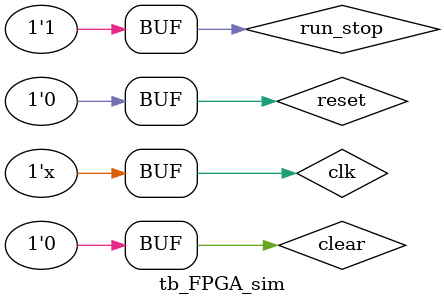
<source format=sv>
`timescale 1ns / 1ps

module tb_FPGA_sim();

    logic clk;
    logic reset;
    logic clear;
    logic run_stop;
    logic [7:0] fnd_font;
    logic [3:0] fnd_comm;

    FPGA_sim DUT(
        .clk      (clk),
        .reset    (reset),
        .clear    (clear),
        .run_stop (run_stop),
        .fnd_font (fnd_font),
        .fnd_comm (fnd_comm)
    );

    always #5 clk = ~clk;

    initial begin
        clk = 0;
        reset = 1;
        clear = 1;
        run_stop = 0;
        #10;
        reset = 0;
        clear = 0;
        run_stop = 1;
        #100000000;
    end

endmodule

</source>
